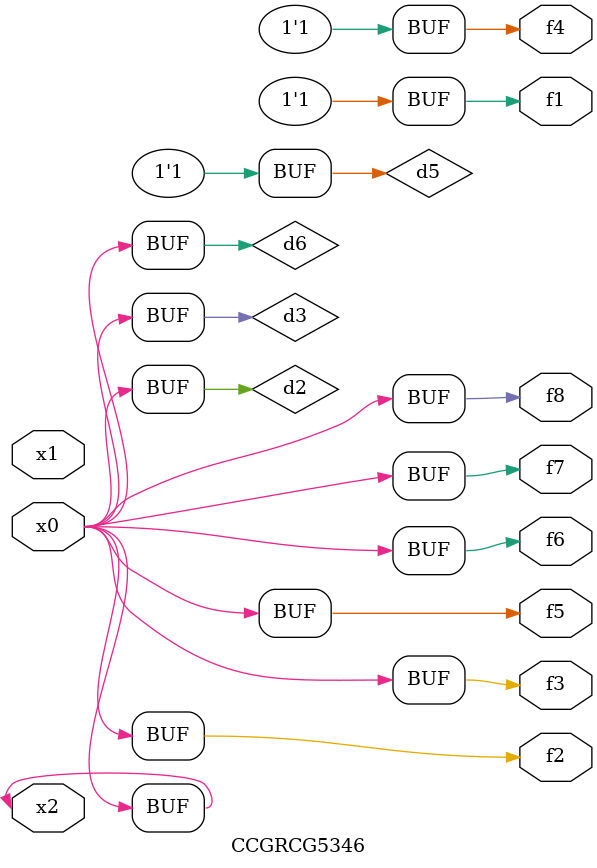
<source format=v>
module CCGRCG5346(
	input x0, x1, x2,
	output f1, f2, f3, f4, f5, f6, f7, f8
);

	wire d1, d2, d3, d4, d5, d6;

	xnor (d1, x2);
	buf (d2, x0, x2);
	and (d3, x0);
	xnor (d4, x1, x2);
	nand (d5, d1, d3);
	buf (d6, d2, d3);
	assign f1 = d5;
	assign f2 = d6;
	assign f3 = d6;
	assign f4 = d5;
	assign f5 = d6;
	assign f6 = d6;
	assign f7 = d6;
	assign f8 = d6;
endmodule

</source>
